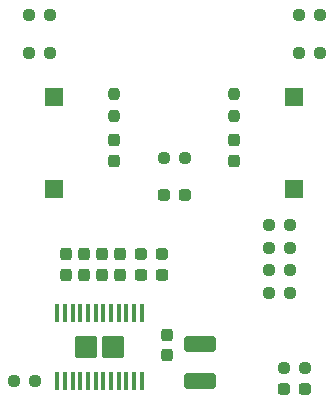
<source format=gtp>
G04 #@! TF.GenerationSoftware,KiCad,Pcbnew,7.0.9-7.0.9~ubuntu20.04.1*
G04 #@! TF.CreationDate,2024-01-18T00:40:07+01:00*
G04 #@! TF.ProjectId,kicad-pmod_bldc,6b696361-642d-4706-9d6f-645f626c6463,1.0*
G04 #@! TF.SameCoordinates,Original*
G04 #@! TF.FileFunction,Paste,Top*
G04 #@! TF.FilePolarity,Positive*
%FSLAX46Y46*%
G04 Gerber Fmt 4.6, Leading zero omitted, Abs format (unit mm)*
G04 Created by KiCad (PCBNEW 7.0.9-7.0.9~ubuntu20.04.1) date 2024-01-18 00:40:07*
%MOMM*%
%LPD*%
G01*
G04 APERTURE LIST*
G04 Aperture macros list*
%AMRoundRect*
0 Rectangle with rounded corners*
0 $1 Rounding radius*
0 $2 $3 $4 $5 $6 $7 $8 $9 X,Y pos of 4 corners*
0 Add a 4 corners polygon primitive as box body*
4,1,4,$2,$3,$4,$5,$6,$7,$8,$9,$2,$3,0*
0 Add four circle primitives for the rounded corners*
1,1,$1+$1,$2,$3*
1,1,$1+$1,$4,$5*
1,1,$1+$1,$6,$7*
1,1,$1+$1,$8,$9*
0 Add four rect primitives between the rounded corners*
20,1,$1+$1,$2,$3,$4,$5,0*
20,1,$1+$1,$4,$5,$6,$7,0*
20,1,$1+$1,$6,$7,$8,$9,0*
20,1,$1+$1,$8,$9,$2,$3,0*%
G04 Aperture macros list end*
%ADD10RoundRect,0.237500X0.250000X0.237500X-0.250000X0.237500X-0.250000X-0.237500X0.250000X-0.237500X0*%
%ADD11RoundRect,0.237500X0.237500X-0.287500X0.237500X0.287500X-0.237500X0.287500X-0.237500X-0.287500X0*%
%ADD12RoundRect,0.237500X-0.287500X-0.237500X0.287500X-0.237500X0.287500X0.237500X-0.287500X0.237500X0*%
%ADD13RoundRect,0.237500X-0.237500X0.300000X-0.237500X-0.300000X0.237500X-0.300000X0.237500X0.300000X0*%
%ADD14R,1.500000X1.500000*%
%ADD15RoundRect,0.237500X-0.250000X-0.237500X0.250000X-0.237500X0.250000X0.237500X-0.250000X0.237500X0*%
%ADD16RoundRect,0.237500X-0.300000X-0.237500X0.300000X-0.237500X0.300000X0.237500X-0.300000X0.237500X0*%
%ADD17RoundRect,0.237500X-0.237500X0.250000X-0.237500X-0.250000X0.237500X-0.250000X0.237500X0.250000X0*%
%ADD18RoundRect,0.250000X1.100000X-0.412500X1.100000X0.412500X-1.100000X0.412500X-1.100000X-0.412500X0*%
%ADD19RoundRect,0.250000X-0.695000X0.715000X-0.695000X-0.715000X0.695000X-0.715000X0.695000X0.715000X0*%
%ADD20RoundRect,0.100000X-0.100000X0.687500X-0.100000X-0.687500X0.100000X-0.687500X0.100000X0.687500X0*%
%ADD21RoundRect,0.237500X0.237500X-0.300000X0.237500X0.300000X-0.237500X0.300000X-0.237500X-0.300000X0*%
%ADD22RoundRect,0.237500X-0.237500X0.287500X-0.237500X-0.287500X0.237500X-0.287500X0.237500X0.287500X0*%
G04 APERTURE END LIST*
D10*
X102512500Y-86233000D03*
X100687500Y-86233000D03*
X124102500Y-73025000D03*
X122277500Y-73025000D03*
D11*
X109220000Y-67550000D03*
X109220000Y-65800000D03*
D12*
X123585000Y-86868000D03*
X125335000Y-86868000D03*
D13*
X106680000Y-75491000D03*
X106680000Y-77216000D03*
D14*
X104140000Y-62140000D03*
X104140000Y-69940000D03*
D15*
X124817500Y-55245000D03*
X126642500Y-55245000D03*
D16*
X111506000Y-77216000D03*
X113231000Y-77216000D03*
D10*
X124102500Y-78740000D03*
X122277500Y-78740000D03*
D12*
X111506000Y-75438000D03*
X113256000Y-75438000D03*
D17*
X109220000Y-61952500D03*
X109220000Y-63777500D03*
D18*
X116459000Y-86233000D03*
X116459000Y-83108000D03*
D10*
X124102500Y-74930000D03*
X122277500Y-74930000D03*
D13*
X105156000Y-75491000D03*
X105156000Y-77216000D03*
D15*
X113387500Y-67310000D03*
X115212500Y-67310000D03*
D10*
X124102500Y-76835000D03*
X122277500Y-76835000D03*
D13*
X108204000Y-75491000D03*
X108204000Y-77216000D03*
D11*
X119380000Y-67550000D03*
X119380000Y-65800000D03*
D17*
X119380000Y-61952500D03*
X119380000Y-63777500D03*
D12*
X113425000Y-70485000D03*
X115175000Y-70485000D03*
D10*
X103782500Y-58420000D03*
X101957500Y-58420000D03*
D19*
X109120000Y-83312000D03*
X106780000Y-83312000D03*
D20*
X111525000Y-80449500D03*
X110875000Y-80449500D03*
X110225000Y-80449500D03*
X109575000Y-80449500D03*
X108925000Y-80449500D03*
X108275000Y-80449500D03*
X107625000Y-80449500D03*
X106975000Y-80449500D03*
X106325000Y-80449500D03*
X105675000Y-80449500D03*
X105025000Y-80449500D03*
X104375000Y-80449500D03*
X104375000Y-86174500D03*
X105025000Y-86174500D03*
X105675000Y-86174500D03*
X106325000Y-86174500D03*
X106975000Y-86174500D03*
X107625000Y-86174500D03*
X108275000Y-86174500D03*
X108925000Y-86174500D03*
X109575000Y-86174500D03*
X110225000Y-86174500D03*
X110875000Y-86174500D03*
X111525000Y-86174500D03*
D14*
X124460000Y-62140000D03*
X124460000Y-69940000D03*
D10*
X103782500Y-55245000D03*
X101957500Y-55245000D03*
D21*
X113665000Y-84047500D03*
X113665000Y-82322500D03*
D22*
X109728000Y-75466000D03*
X109728000Y-77216000D03*
D15*
X123547500Y-85090000D03*
X125372500Y-85090000D03*
X124817500Y-58420000D03*
X126642500Y-58420000D03*
M02*

</source>
